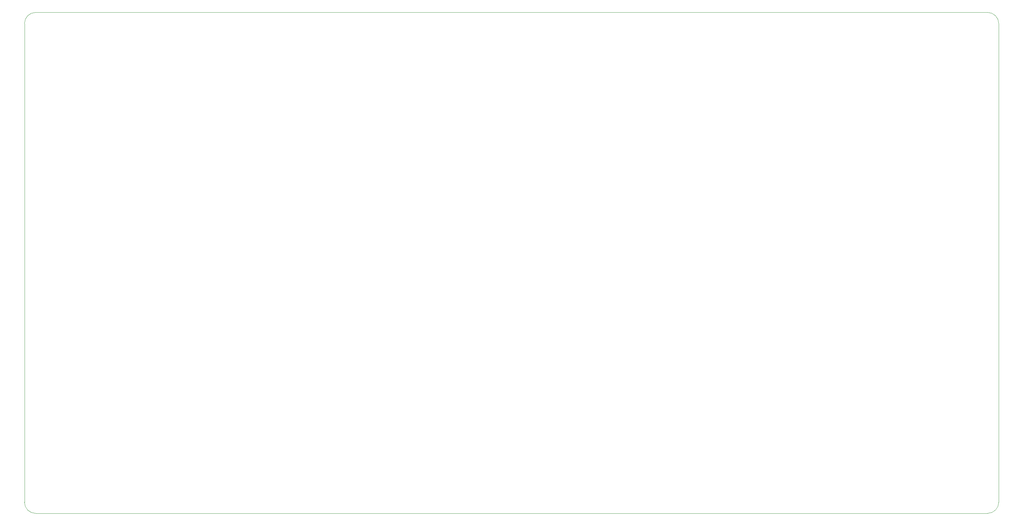
<source format=gbr>
%TF.GenerationSoftware,KiCad,Pcbnew,9.0.7*%
%TF.CreationDate,2026-02-03T13:11:04-05:00*%
%TF.ProjectId,INS-1 Matrix Display Motherboard,494e532d-3120-44d6-9174-726978204469,rev?*%
%TF.SameCoordinates,Original*%
%TF.FileFunction,Profile,NP*%
%FSLAX46Y46*%
G04 Gerber Fmt 4.6, Leading zero omitted, Abs format (unit mm)*
G04 Created by KiCad (PCBNEW 9.0.7) date 2026-02-03 13:11:04*
%MOMM*%
%LPD*%
G01*
G04 APERTURE LIST*
%TA.AperFunction,Profile*%
%ADD10C,0.050000*%
%TD*%
G04 APERTURE END LIST*
D10*
X19500000Y-25500000D02*
X275000000Y-25500000D01*
X278000000Y-157000000D02*
G75*
G02*
X275000000Y-160000000I-3000000J0D01*
G01*
X275000000Y-25500000D02*
G75*
G02*
X278000000Y-28500000I0J-3000000D01*
G01*
X19500000Y-160000000D02*
G75*
G02*
X16500000Y-157000000I0J3000000D01*
G01*
X278000000Y-28500000D02*
X278000000Y-157000000D01*
X275000000Y-160000000D02*
X19500000Y-160000000D01*
X16500000Y-157000000D02*
X16500000Y-28500000D01*
X16500000Y-28500000D02*
G75*
G02*
X19500000Y-25500000I3000000J0D01*
G01*
M02*

</source>
